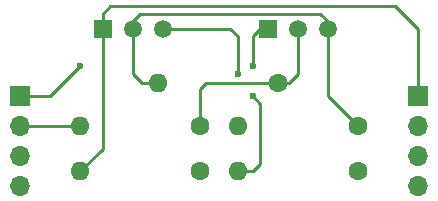
<source format=gtl>
G04 #@! TF.FileFunction,Copper,L1,Top,Signal*
%FSLAX46Y46*%
G04 Gerber Fmt 4.6, Leading zero omitted, Abs format (unit mm)*
G04 Created by KiCad (PCBNEW 4.0.7) date 01/13/19 00:03:42*
%MOMM*%
%LPD*%
G01*
G04 APERTURE LIST*
%ADD10C,0.100000*%
%ADD11R,1.700000X1.700000*%
%ADD12O,1.700000X1.700000*%
%ADD13C,1.520000*%
%ADD14R,1.520000X1.520000*%
%ADD15C,1.600000*%
%ADD16O,1.600000X1.600000*%
%ADD17C,0.600000*%
%ADD18C,0.250000*%
G04 APERTURE END LIST*
D10*
D11*
X114300000Y-135255000D03*
D12*
X114300000Y-137795000D03*
X114300000Y-140335000D03*
X114300000Y-142875000D03*
D11*
X147955000Y-135255000D03*
D12*
X147955000Y-137795000D03*
X147955000Y-140335000D03*
X147955000Y-142875000D03*
D13*
X137795000Y-129540000D03*
X140335000Y-129540000D03*
D14*
X135255000Y-129540000D03*
D13*
X123825000Y-129540000D03*
X126365000Y-129540000D03*
D14*
X121285000Y-129540000D03*
D15*
X129540000Y-137795000D03*
D16*
X119380000Y-137795000D03*
D15*
X136144000Y-134112000D03*
D16*
X125984000Y-134112000D03*
D15*
X142875000Y-137795000D03*
D16*
X132715000Y-137795000D03*
D15*
X142875000Y-141605000D03*
D16*
X132715000Y-141605000D03*
D15*
X129540000Y-141605000D03*
D16*
X119380000Y-141605000D03*
D17*
X132715000Y-133350000D03*
X119380000Y-132715000D03*
X133985000Y-132715000D03*
X133985000Y-135255000D03*
D18*
X132080000Y-129540000D02*
X126365000Y-129540000D01*
X132715000Y-130175000D02*
X132080000Y-129540000D01*
X132715000Y-133350000D02*
X132715000Y-130175000D01*
X116840000Y-135255000D02*
X114300000Y-135255000D01*
X119380000Y-132715000D02*
X116840000Y-135255000D01*
X114300000Y-137795000D02*
X119380000Y-137795000D01*
X121285000Y-129540000D02*
X121285000Y-128270000D01*
X147955000Y-129540000D02*
X147955000Y-135255000D01*
X146050000Y-127635000D02*
X147955000Y-129540000D01*
X121920000Y-127635000D02*
X146050000Y-127635000D01*
X121285000Y-128270000D02*
X121920000Y-127635000D01*
X121285000Y-129540000D02*
X121285000Y-139700000D01*
X121285000Y-139700000D02*
X119380000Y-141605000D01*
X136144000Y-134112000D02*
X137033000Y-134112000D01*
X137795000Y-133350000D02*
X137795000Y-129540000D01*
X137033000Y-134112000D02*
X137795000Y-133350000D01*
X129540000Y-137795000D02*
X129540000Y-134620000D01*
X130048000Y-134112000D02*
X136144000Y-134112000D01*
X129540000Y-134620000D02*
X130048000Y-134112000D01*
X140335000Y-129540000D02*
X140335000Y-128905000D01*
X140335000Y-128905000D02*
X139700000Y-128270000D01*
X124460000Y-128270000D02*
X139065000Y-128270000D01*
X123825000Y-128905000D02*
X124460000Y-128270000D01*
X139700000Y-128270000D02*
X139065000Y-128270000D01*
X123825000Y-129540000D02*
X123825000Y-128905000D01*
X140335000Y-129540000D02*
X140335000Y-135255000D01*
X140335000Y-135255000D02*
X142875000Y-137795000D01*
X123825000Y-129540000D02*
X123825000Y-133350000D01*
X124587000Y-134112000D02*
X125984000Y-134112000D01*
X123825000Y-133350000D02*
X124587000Y-134112000D01*
X135255000Y-129540000D02*
X134620000Y-129540000D01*
X134620000Y-129540000D02*
X133985000Y-130175000D01*
X133985000Y-130175000D02*
X133985000Y-132715000D01*
X133985000Y-135255000D02*
X134620000Y-135890000D01*
X134620000Y-135890000D02*
X134620000Y-140970000D01*
X134620000Y-140970000D02*
X133985000Y-141605000D01*
X133985000Y-141605000D02*
X132715000Y-141605000D01*
M02*

</source>
